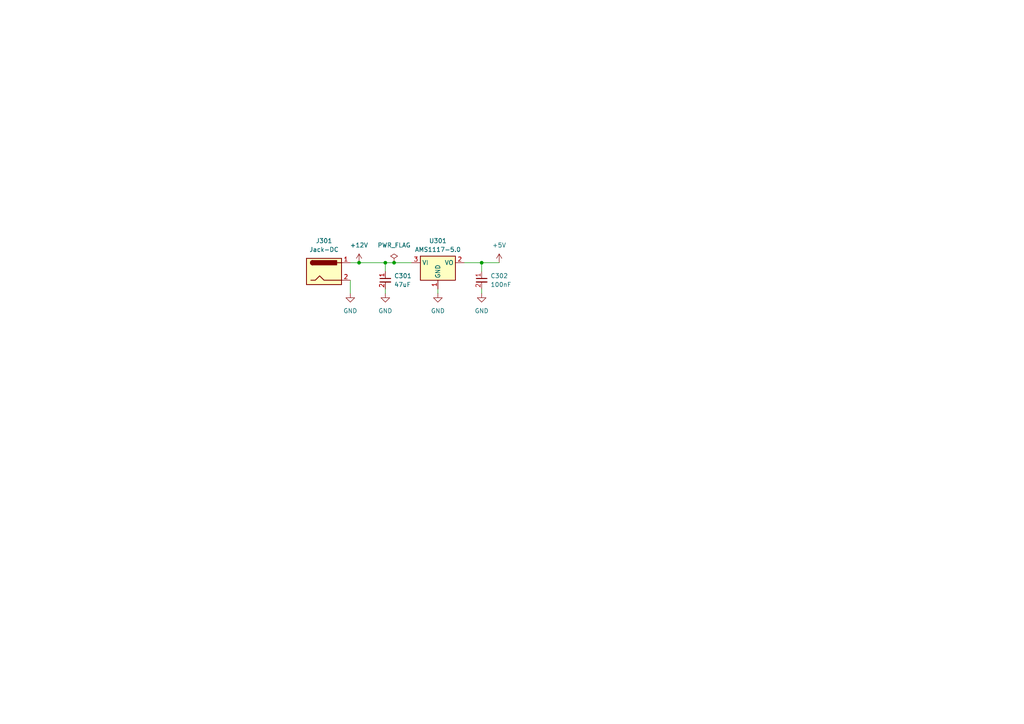
<source format=kicad_sch>
(kicad_sch (version 20231120) (generator "eeschema") (generator_version "8.0")
  (paper "A4")
  (lib_symbols
    (symbol "capacitor_miscellaneous:C_0603_100nF"
      (property "Reference" "C" (at 1.27 2.54 0))
      (property "Value" "100nF" (at 3.81 -2.54 0))
      (symbol "C_0603_100nF_0_1"
        (polyline (pts (xy -1.524 -0.508) (xy 1.524 -0.508)) (stroke (width 0.3302)))
        (polyline (pts (xy -1.524 0.508) (xy 1.524 0.508)) (stroke (width 0.3048)))
      )
      (symbol "C_0603_100nF_1_1"
        (pin passive line (at 0 2.54 270) (length 2.032) (name "~") (number "1"))
        (pin passive line (at 0 -2.54 90) (length 2.032) (name "~") (number "2"))
      )
    )
    (symbol "capacitor_miscellaneous:C_1206_47uF"
      (property "Reference" "C" (at 1.27 2.54 0))
      (property "Value" "47uF" (at 3.81 -2.54 0))
      (symbol "C_1206_47uF_0_1"
        (polyline (pts (xy -1.524 -0.508) (xy 1.524 -0.508)) (stroke (width 0.3302)))
        (polyline (pts (xy -1.524 0.508) (xy 1.524 0.508)) (stroke (width 0.3048)))
      )
      (symbol "C_1206_47uF_1_1"
        (pin passive line (at 0 2.54 270) (length 2.032) (name "~") (number "1"))
        (pin passive line (at 0 -2.54 90) (length 2.032) (name "~") (number "2"))
      )
    )
    (symbol "custom_kicad_lib_sk:AMS1117-5.0"
      (property "Reference" "U" (at -3.81 3.175 0))
      (property "Value" "AMS1117-5.0" (at 0 3.175 0))
      (symbol "AMS1117-5.0_0_1"
        (rectangle (start -5.08 1.905) (end 5.08 -5.08) (stroke (width 0.254)) (fill (type background)))
      )
      (symbol "AMS1117-5.0_1_1"
        (pin power_in line (at 0 -7.62 90) (length 2.54) (name "GND") (number "1"))
        (pin power_out line (at 7.62 0 180) (length 2.54) (name "VO") (number "2"))
        (pin power_in line (at -7.62 0 0) (length 2.54) (name "VI") (number "3"))
      )
    )
    (symbol "custom_kicad_lib_sk:Jack-DC" (pin_names (offset 1.016))
      (property "Reference" "J" (at 0 5.334 0))
      (property "Value" "Jack-DC" (at 0 -5.08 0))
      (symbol "Jack-DC_0_1"
        (rectangle (start -5.08 3.81) (end 5.08 -3.81) (stroke (width 0.254)) (fill (type background)))
        (arc (start -3.302 3.175) (mid -3.9343 2.54) (end -3.302 1.905) (stroke (width 0.254)))
        (arc (start -3.302 3.175) (mid -3.9343 2.54) (end -3.302 1.905) (stroke (width 0.254)) (fill (type outline)))
        (polyline (pts (xy 5.08 2.54) (xy 3.81 2.54)) (stroke (width 0.254)))
        (polyline (pts (xy -3.81 -2.54) (xy -2.54 -2.54) (xy -1.27 -1.27) (xy 0 -2.54) (xy 2.54 -2.54) (xy 5.08 -2.54)) (stroke (width 0.254)))
        (rectangle (start 3.683 3.175) (end -3.302 1.905) (stroke (width 0.254)) (fill (type outline)))
      )
      (symbol "Jack-DC_1_1"
        (pin passive line (at 7.62 2.54 180) (length 2.54) (name "~") (number "1"))
        (pin passive line (at 7.62 -2.54 180) (length 2.54) (name "~") (number "2"))
      )
    )
    (symbol "power:+12V" (power) (pin_numbers hide) (pin_names (offset 0) hide)
      (property "Value" "+12V" (at 0 3.556 0))
      (symbol "+12V_0_1"
        (polyline (pts (xy -0.762 1.27) (xy 0 2.54)))
        (polyline (pts (xy 0 0) (xy 0 2.54)))
        (polyline (pts (xy 0 2.54) (xy 0.762 1.27)))
      )
      (symbol "+12V_1_1"
        (pin power_in line (at 0 0 90) (length 0) (name "~") (number "1"))
      )
    )
    (symbol "power:+5V" (power) (pin_numbers hide) (pin_names (offset 0) hide)
      (property "Value" "+5V" (at 0 3.556 0))
      (symbol "+5V_0_1"
        (polyline (pts (xy -0.762 1.27) (xy 0 2.54)))
        (polyline (pts (xy 0 0) (xy 0 2.54)))
        (polyline (pts (xy 0 2.54) (xy 0.762 1.27)))
      )
      (symbol "+5V_1_1"
        (pin power_in line (at 0 0 90) (length 0) (name "~") (number "1"))
      )
    )
    (symbol "power:GND" (power) (pin_numbers hide) (pin_names (offset 0) hide)
      (property "Value" "GND" (at 0 -3.81 0))
      (symbol "GND_0_1"
        (polyline (pts (xy 0 0) (xy 0 -1.27) (xy 1.27 -1.27) (xy 0 -2.54) (xy -1.27 -1.27) (xy 0 -1.27)))
      )
      (symbol "GND_1_1"
        (pin power_in line (at 0 0 270) (length 0) (name "~") (number "1"))
      )
    )
    (symbol "power:PWR_FLAG" (power) (pin_numbers hide) (pin_names (offset 0) hide)
      (property "Value" "PWR_FLAG" (at 0 3.81 0))
      (symbol "PWR_FLAG_0_0"
        (pin power_out line (at 0 0 90) (length 0) (name "~") (number "1"))
      )
      (symbol "PWR_FLAG_0_1"
        (polyline (pts (xy 0 0) (xy 0 1.27) (xy -1.016 1.905) (xy 0 2.54) (xy 1.016 1.905) (xy 0 1.27)))
      )
    )
  )
  (junction (at 111.76 76.2))
  (junction (at 114.3 76.2))
  (junction (at 139.7 76.2))
  (junction (at 104.14 76.2))
  (wire (pts (xy 139.7 83.82) (xy 139.7 85.09)))
  (wire (pts (xy 139.7 76.2) (xy 144.78 76.2)))
  (wire (pts (xy 111.76 76.2) (xy 111.76 78.74)))
  (wire (pts (xy 104.14 76.2) (xy 111.76 76.2)))
  (wire (pts (xy 134.62 76.2) (xy 139.7 76.2)))
  (wire (pts (xy 111.76 83.82) (xy 111.76 85.09)))
  (wire (pts (xy 119.38 76.2) (xy 114.3 76.2)))
  (wire (pts (xy 101.6 81.28) (xy 101.6 85.09)))
  (wire (pts (xy 139.7 76.2) (xy 139.7 78.74)))
  (wire (pts (xy 114.3 76.2) (xy 111.76 76.2)))
  (wire (pts (xy 101.6 76.2) (xy 104.14 76.2)))
  (wire (pts (xy 127 83.82) (xy 127 85.09)))
  (symbol (lib_id "power:+5V") (at 144.78 76.2 0) (unit 1)
    (property "Reference" "#PWR0306" (effects (hide yes)))
    (property "Value" "+5V" (at 144.78 71.12 0))
    (property "Description" "Power symbol creates a global label with name \"+5V\"" (effects (hide yes)))
  )
  (symbol (lib_id "custom_kicad_lib_sk:Jack-DC") (at 93.98 78.74 0) (unit 1)
    (property "Reference" "J301" (at 93.98 69.85 0))
    (property "Value" "Jack-DC" (at 93.98 72.39 0))
    (property "Footprint" "Connector_BarrelJack:BarrelJack_Horizontal" (effects (hide yes)))
    (property "Description" "DC Barrel Jack" (effects (hide yes)))
  )
  (symbol (lib_id "power:PWR_FLAG") (at 114.3 76.2 0) (unit 1)
    (property "Reference" "#FLG0301" (effects (hide yes)))
    (property "Value" "PWR_FLAG" (at 114.3 71.12 0))
    (property "Description" "Special symbol for telling ERC where power comes from" (effects (hide yes)))
  )
  (symbol (lib_id "capacitor_miscellaneous:C_0603_100nF") (at 139.7 81.28 0) (unit 1)
    (property "Reference" "C302" (at 142.24 80.0162 0) (effects (justify left)))
    (property "Value" "100nF" (at 142.24 82.5562 0) (effects (justify left)))
    (property "Footprint" "Capacitor_SMD:C_0603_1608Metric" (effects (hide yes)))
    (property "JLCPCB Part#" "C14663" (effects (hide yes)))
  )
  (symbol (lib_id "power:GND") (at 111.76 85.09 0) (unit 1)
    (property "Reference" "#PWR0303" (effects (hide yes)))
    (property "Value" "GND" (at 111.76 90.17 0))
    (property "Description" "Power symbol creates a global label with name \"GND\" , ground" (effects (hide yes)))
  )
  (symbol (lib_id "power:+12V") (at 104.14 76.2 0) (unit 1)
    (property "Reference" "#PWR0302" (effects (hide yes)))
    (property "Value" "+12V" (at 104.14 71.12 0))
    (property "Description" "Power symbol creates a global label with name \"+12V\"" (effects (hide yes)))
  )
  (symbol (lib_id "power:GND") (at 127 85.09 0) (unit 1)
    (property "Reference" "#PWR0304" (effects (hide yes)))
    (property "Value" "GND" (at 127 90.17 0))
    (property "Description" "Power symbol creates a global label with name \"GND\" , ground" (effects (hide yes)))
  )
  (symbol (lib_id "capacitor_miscellaneous:C_1206_47uF") (at 111.76 81.28 0) (unit 1)
    (property "Reference" "C301" (at 114.3 80.0162 0) (effects (justify left)))
    (property "Value" "47uF" (at 114.3 82.5562 0) (effects (justify left)))
    (property "Footprint" "Capacitor_SMD:C_1206_3216Metric" (effects (hide yes)))
    (property "JLCPCB Part#" "C96123" (effects (hide yes)))
  )
  (symbol (lib_id "custom_kicad_lib_sk:AMS1117-5.0") (at 127 76.2 0) (unit 1)
    (property "Reference" "U301" (at 127 69.85 0))
    (property "Value" "AMS1117-5.0" (at 127 72.39 0))
    (property "Footprint" "Package_TO_SOT_SMD:SOT-223-3_TabPin2" (effects (hide yes)))
    (property "Datasheet" "http://www.advanced-monolithic.com/pdf/ds1117.pdf" (effects (hide yes)))
    (property "Description" "1A Low Dropout regulator, positive, 5.0V fixed output, SOT-223" (effects (hide yes)))
    (property "JLCPCB Part#" "C347223" (effects (hide yes)))
  )
  (symbol (lib_id "power:GND") (at 139.7 85.09 0) (unit 1)
    (property "Reference" "#PWR0305" (effects (hide yes)))
    (property "Value" "GND" (at 139.7 90.17 0))
    (property "Description" "Power symbol creates a global label with name \"GND\" , ground" (effects (hide yes)))
  )
  (symbol (lib_id "power:GND") (at 101.6 85.09 0) (unit 1)
    (property "Reference" "#PWR0301" (effects (hide yes)))
    (property "Value" "GND" (at 101.6 90.17 0))
    (property "Description" "Power symbol creates a global label with name \"GND\" , ground" (effects (hide yes)))
  )
)
</source>
